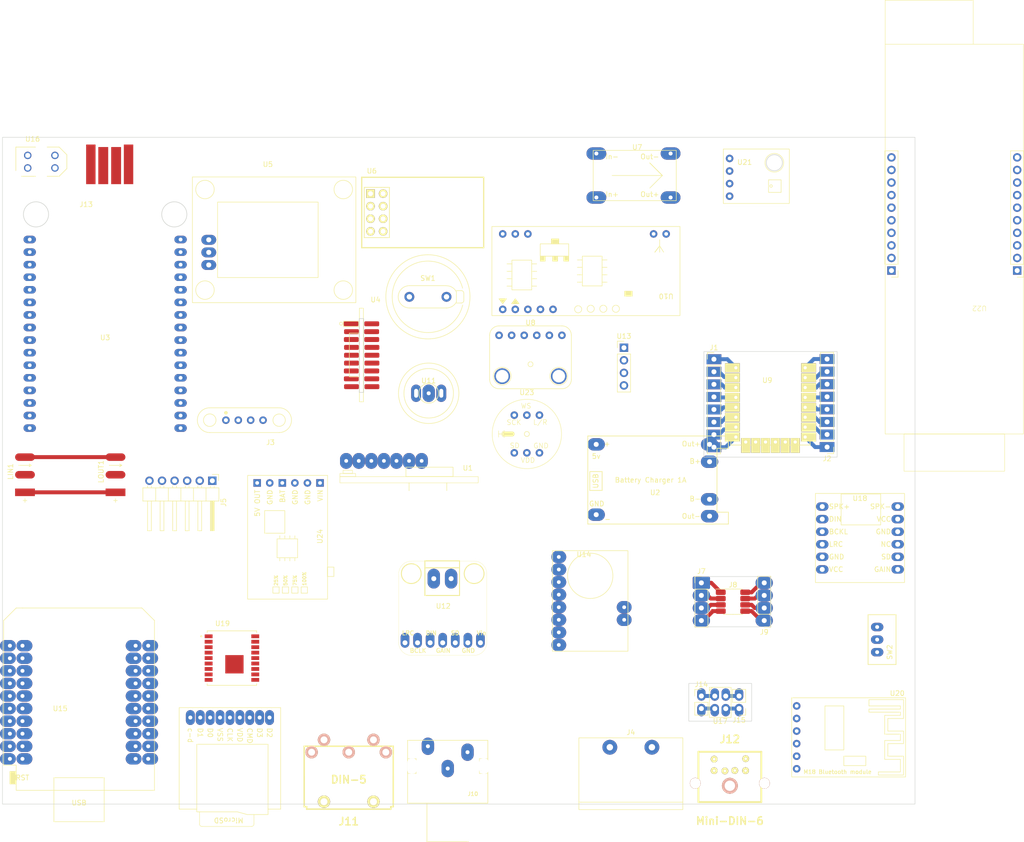
<source format=kicad_pcb>
(kicad_pcb (version 20221018) (generator pcbnew)
  (layers (0 "F.Cu" signal) (31 "B.Cu" signal) (34 "B.Paste" user) (35 "F.Paste" user) (36 "B.SilkS" user "B.Silkscreen") (37 "F.SilkS" user "F.Silkscreen") (38 "B.Mask" user) (39 "F.Mask" user) (44 "Edge.Cuts" user))
  (net 0 "")
  (net 1 "GND")
  (net 2 "Net-(J1-Pin_1)")
  (net 3 "Net-(J1-Pin_2)")
  (net 4 "Net-(J1-Pin_3)")
  (net 5 "Net-(J1-Pin_4)")
  (net 8 "Net-(J1-Pin_5)")
  (net 9 "Net-(J1-Pin_6)")
  (net 10 "Net-(J1-Pin_7)")
  (net 11 "Net-(J1-Pin_8)")
  (net 12 "Net-(J2-Pin_1)")
  (net 13 "Net-(J2-Pin_2)")
  (net 14 "Net-(J2-Pin_3)")
  (net 15 "Net-(J2-Pin_4)")
  (net 16 "Net-(J2-Pin_5)")
  (net 17 "Net-(J2-Pin_6)")
  (net 18 "Net-(J2-Pin_7)")
  (net 19 "Net-(J2-Pin_8)")
  (net 41 "Net-(J7-Pin_1)")
  (net 42 "Net-(J7-Pin_2)")
  (net 43 "Net-(J7-Pin_3)")
  (net 44 "Net-(J7-Pin_4)")
  (net 45 "Net-(J8-Pin_5)")
  (net 46 "Net-(J8-Pin_6)")
  (net 47 "Net-(J8-Pin_7)")
  (net 48 "Net-(J8-Pin_8)")
  (net 56 "Net-(J14-Pin_1)")
  (net 57 "Net-(J14-Pin_2)")
  (net 58 "Net-(J15-Pin_1)")
  (net 59 "Net-(J15-Pin_2)")
  (net 60 "Net-(LIN1-VCC)")
  (net 62 "Net-(LIN1-GND)")
  (net 119 "+5V")
  (net 249 "Net-(U19-GND-Pad18)")
  (footprint "esp-01f:esp-01f" (layer "F.Cu") (at 114.405 137.985)
    (fp_text reference "U19")
    (fp_text value "esp-01f")
  )
  (footprint "Connector_PinHeader_2.54mm:PinHeader_1x02_P2.54mm_Vertical" (layer "F.Cu") (at 209.245 145.645)
    (fp_text reference "J14")
    (fp_text value "Conn_01x02")
  )
  (footprint "esp32-wemos-d1-mini:esp32-wemos-d1-mini" (layer "F.Cu") (at 83.515 146.915)
    (fp_text reference "U15")
    (fp_text value "esp32-wemos-d1-mini")
  )
  (footprint "midi:midi-din6" (layer "F.Cu") (at 215 162)
    (fp_text reference "J12")
    (fp_text value "Mini-DIN-6")
  )
  (footprint "LilygoSimT7000:LilygoSIM7000G" (layer "F.Cu") (at 88.79 73.74)
    (fp_text reference "U3")
    (fp_text value "LilygoSIMT7000G")
    (fp_circle (center -13.97 -25.4) (end -11.43 -25.4) (stroke (width 0.12)) (fill none) (layer "Edge.Cuts"))
    (fp_circle (center 13.97 -25.4) (end 13.97 -27.94) (stroke (width 0.12)) (fill none) (layer "Edge.Cuts"))
  )
  (footprint "rdm-6300:rdm-6300" (layer "F.Cu") (at 174.193 59.793 180)
    (fp_text reference "U10")
    (fp_text value "rdm-6300")
  )
  (footprint "neopixel-strip:neopixel-strip" (layer "F.Cu") (at 90.881 100.941 90)
    (fp_text reference "LOUT1")
    (fp_text value "LEDs_Out" hide)
  )
  (footprint "c8-inlet:c8-inlet" (layer "F.Cu") (at 195 156)
    (fp_text reference "J4")
    (fp_text value "c8-inlet" hide)
  )
  (footprint "as12ap:as12ap" (layer "F.Cu") (at 244.7594 131.71)
    (fp_text reference "SW2")
    (fp_text value "POWER" hide)
  )
  (footprint "tcrt5000:tcrt5000" (layer "F.Cu") (at 75.895 37.695)
    (fp_text reference "U16")
    (fp_text value "TCRT5000")
  )
  (footprint "ESP8266:ESP-01" (layer "F.Cu") (at 142.405 44.149)
    (fp_text reference "U6")
    (fp_text value "ESP-01")
  )
  (footprint "Connector_PinHeader_2.54mm:PinHeader_1x04_P2.54mm_Vertical" (layer "F.Cu") (at 193.605 75.285)
    (fp_text reference "U13")
    (fp_text value "TTL")
  )
  (footprint "relais_module:relais_module" (layer "F.Cu") (at 121.66 53.48)
    (fp_text reference "U5")
    (fp_text value "relais_module")
  )
  (footprint "ESP8266:ESP-12E" (layer "F.Cu") (at 216.215 79.3275)
    (fp_text reference "U9")
    (fp_text value "ESP-12E" hide)
  )
  (footprint "midi:midi" (layer "F.Cu") (at 138 160)
    (fp_text reference "J11")
    (fp_text value "DIN-5")
  )
  (footprint "Connector_PinHeader_2.54mm:PinHeader_1x08_P2.54mm_Vertical" (layer "F.Cu") (at 211.785 77.603)
    (fp_text reference "J1")
    (fp_text value "Conn_01x08")
  )
  (footprint "max98367:max98367" (layer "F.Cu") (at 241.29 113.72)
    (fp_text reference "U18")
    (fp_text value "max98367")
  )
  (footprint "bme280:bme280" (layer "F.Cu") (at 214.9475 40.855)
    (fp_text reference "U21")
    (fp_text value "bme280")
    (fp_circle (center 9.043 -2.947) (end 10.668 -2.947) (stroke (width 0.12)) (fill none) (layer "Edge.Cuts"))
  )
  (footprint "lxb18:lxb18" (layer "F.Cu") (at 185.5214 117.5526)
    (fp_text reference "U14")
    (fp_text value "lxb18")
  )
  (footprint "Connector_PinHeader_2.54mm:PinHeader_1x02_P2.54mm_Vertical" (layer "F.Cu") (at 216.865 148.185 180)
    (fp_text reference "J15")
    (fp_text value "Conn_01x02")
  )
  (footprint "magnetic-charger:magnetic-charger" (layer "F.Cu") (at 154.155 84.485)
    (fp_text reference "U11")
    (fp_text value "magnetic-charger" hide)
  )
  (footprint "Connector_PinHeader_2.54mm:PinHeader_1x04_P2.54mm_Vertical" (layer "F.Cu") (at 209.245 122.785)
    (fp_text reference "J7")
    (fp_text value "Conn_01x04")
  )
  (footprint "usb-a-pcb:usb-a-pcb" (layer "F.Cu") (at 83.705 45.335)
    (fp_text reference "J13" hide)
    (fp_text value "USB_A" hide)
  )
  (footprint "Connector_PinHeader_2.54mm:PinHeader_1x04_P2.54mm_Vertical" (layer "F.Cu") (at 221.945 130.405 180)
    (fp_text reference "J9")
    (fp_text value "Conn_01x04")
  )
  (footprint "Connector_PinHeader_2.54mm:PinHeader_1x08_P2.54mm_Vertical" (layer "F.Cu") (at 234.645 95.353 180)
    (fp_text reference "J2")
    (fp_text value "Conn_01x08")
  )
  (footprint "esp-01m:esp-01m" (layer "F.Cu") (at 140.581448 76.8)
    (fp_text reference "U4")
    (fp_text value "esp-01m")
    (fp_rect (start -0.46 -7.4) (end 0.44 7.5) (stroke (width 0.12)) (fill none) (layer "Edge.Cuts"))
  )
  (footprint "magnetic-pogo:magnetic-pogo" (layer "F.Cu") (at 116.937948 89.920045)
    (fp_text reference "J3")
    (fp_text value "POGO Pins")
  )
  (footprint "tp4056:tp4056" (layer "F.Cu") (at 199 102)
    (fp_text reference "U2")
    (fp_text value "tp4056")
  )
  (footprint "schurter-switch:schurter-switch" (layer "F.Cu") (at 154 65)
    (fp_text reference "SW1")
    (fp_text value "Schurter Switch" hide)
  )
  (footprint "molex-poe:molex-poe" (layer "F.Cu") (at 260.35 49.53 180)
    (fp_text reference "U22")
    (fp_text value "~")
  )
  (footprint "m18:m18" (layer "F.Cu") (at 228.5 154)
    (fp_text reference "U20")
    (fp_text value "m18")
  )
  (footprint "neopixel-strip:neopixel-strip" (layer "F.Cu") (at 72.593 100.941 90)
    (fp_text reference "LIN1")
    (fp_text value "LEDs_In" hide)
  )
  (footprint "Connector_PinHeader_2.54mm:PinHeader_1x06_P2.54mm_Horizontal" (layer "F.Cu") (at 110.439 102.154 -90)
    (fp_text reference "J5")
    (fp_text value "FTDI")
  )
  (footprint "opb607a:opb607a" (layer "F.Cu") (at 213.055015 146.93109)
    (fp_text reference "U17")
    (fp_text value "opb607a" hide)
  )
  (footprint "mems-mic:mems-mic" (layer "F.Cu") (at 174.722948 72.775045)
    (fp_text reference "U8")
    (fp_text value "mems-mic")
  )
  (footprint "charge-module:charge-module" (layer "F.Cu") (at 119.5 102.6 90)
    (fp_text reference "U24")
    (fp_text value "~")
  )
  (footprint "mems-mic:mems-mic-round" (layer "F.Cu") (at 173.99 92.71)
    (fp_text reference "U23")
    (fp_text value "mems-mic")
  )
  (footprint "radio-receiver:radio-receiver" (layer "F.Cu") (at 137.49 98.147)
    (fp_text reference "U1")
    (fp_text value "radio-receiver")
  )
  (footprint "Package_SO:SOIC-8_3.9x4.9mm_P1.27mm" (layer "F.Cu") (at 215.637688 126.595)
    (fp_text reference "J8")
    (fp_text value "Conn_02x04_Counter_Clockwise" hide)
  )
  (footprint "sd-card:sd-card" (layer "F.Cu") (at 114 150 -90)
    (fp_text reference "J6" hide)
    (fp_text value "Micro_SD_Card" hide)
  )
  (footprint "adafruit-MAX98357:adafruit-MAX98357" (layer "F.Cu") (at 157.105 127.985)
    (fp_text reference "U12")
    (fp_text value "adafruit-MAX98357")
  )
  (footprint "rcj-22:rcj-22" (layer "F.Cu") (at 158 157.3 180)
    (fp_text reference "J10")
    (fp_text value "RCJ-22" hide)
  )
  (footprint "dcdc:dcdc" (layer "F.Cu") (at 196.284 40.489)
    (fp_text reference "U7")
    (fp_text value "dcdc")
  )
  (gr_rect (start 207.975 121.515) (end 223.215 131.675) (stroke (width 0.1)) (fill none) (layer "Edge.Cuts"))
  (gr_rect (start 209.753 76.049) (end 236.677 97.385) (stroke (width 0.1)) (fill none) (layer "Edge.Cuts"))
  (gr_rect (start 206.705 143.105) (end 219.405 150.725) (stroke (width 0.1)) (fill none) (layer "Edge.Cuts"))
  (gr_rect (start 68.042948 32.770045) (end 252.405 167.485) (stroke (width 0.1)) (fill none) (layer "Edge.Cuts"))
  (segment (start 214.1595 95.383) (end 211.785 95.383) (width 0.8) (layer "B.Cu") (net 0))
  (segment (start 216.215 93.3275) (end 214.1595 95.383) (width 0.8) (layer "B.Cu") (net 0))
  (segment (start 214.4905 77.603) (end 216.215 79.3275) (width 0.8) (layer "B.Cu") (net 2))
  (segment (start 211.785 77.603) (end 214.4905 77.603) (width 0.8) (layer "B.Cu") (net 2))
  (segment (start 216.0705 81.183) (end 213.871 81.183) (width 0.8) (layer "B.Cu") (net 3))
  (segment (start 212.831 80.143) (end 211.785 80.143) (width 0.8) (layer "B.Cu") (net 3))
  (segment (start 216.215 81.3275) (end 216.0705 81.183) (width 0.8) (layer "B.Cu") (net 3))
  (segment (start 213.871 81.183) (end 212.831 80.143) (width 0.8) (layer "B.Cu") (net 3))
  (segment (start 216.215 83.3275) (end 213.9835 83.3275) (width 0.8) (layer "B.Cu") (net 4))
  (segment (start 213.9835 83.3275) (end 213.339 82.683) (width 0.8) (layer "B.Cu") (net 4))
  (segment (start 213.339 82.683) (end 211.785 82.683) (width 0.8) (layer "B.Cu") (net 4))
  (segment (start 216.215 85.3275) (end 211.8895 85.3275) (width 0.8) (layer "B.Cu") (net 5))
  (segment (start 211.8895 85.3275) (end 211.785 85.223) (width 0.8) (layer "B.Cu") (net 5))
  (segment (start 213.279 87.763) (end 211.785 87.763) (width 0.8) (layer "B.Cu") (net 8))
  (segment (start 216.215 87.3275) (end 213.7145 87.3275) (width 0.8) (layer "B.Cu") (net 8))
  (segment (start 213.7145 87.3275) (end 213.279 87.763) (width 0.8) (layer "B.Cu") (net 8))
  (segment (start 216.215 89.3275) (end 214.2545 89.3275) (width 0.8) (layer "B.Cu") (net 9))
  (segment (start 214.2545 89.3275) (end 213.279 90.303) (width 0.8) (layer "B.Cu") (net 9))
  (segment (start 213.279 90.303) (end 211.785 90.303) (width 0.8) (layer "B.Cu") (net 9))
  (segment (start 216.215 91.3275) (end 215.7395 91.803) (width 0.8) (layer "B.Cu") (net 10))
  (segment (start 213.811 91.803) (end 212.771 92.843) (width 0.8) (layer "B.Cu") (net 10))
  (segment (start 212.771 92.843) (end 211.785 92.843) (width 0.8) (layer "B.Cu") (net 10))
  (segment (start 215.7395 91.803) (end 213.811 91.803) (width 0.8) (layer "B.Cu") (net 10))
  (segment (start 230.215 93.3275) (end 232.2405 95.353) (width 0.8) (layer "B.Cu") (net 12))
  (segment (start 232.2405 95.353) (end 234.645 95.353) (width 0.8) (layer "B.Cu") (net 12))
  (segment (start 232.1435 91.3275) (end 233.629 92.813) (width 0.8) (layer "B.Cu") (net 13))
  (segment (start 230.215 91.3275) (end 232.1435 91.3275) (width 0.8) (layer "B.Cu") (net 13))
  (segment (start 233.629 92.813) (end 234.645 92.813) (width 0.8) (layer "B.Cu") (net 13))
  (segment (start 230.215 89.3275) (end 232.1755 89.3275) (width 0.8) (layer "B.Cu") (net 14))
  (segment (start 232.1755 89.3275) (end 233.121 90.273) (width 0.8) (layer "B.Cu") (net 14))
  (segment (start 233.121 90.273) (end 234.645 90.273) (width 0.8) (layer "B.Cu") (net 14))
  (segment (start 232.2075 87.3275) (end 232.613 87.733) (width 0.8) (layer "B.Cu") (net 15))
  (segment (start 230.215 87.3275) (end 232.2075 87.3275) (width 0.8) (layer "B.Cu") (net 15))
  (segment (start 232.613 87.733) (end 234.645 87.733) (width 0.8) (layer "B.Cu") (net 15))
  (segment (start 234.5105 85.3275) (end 234.645 85.193) (width 0.8) (layer "B.Cu") (net 16))
  (segment (start 230.215 85.3275) (end 234.5105 85.3275) (width 0.8) (layer "B.Cu") (net 16))
  (segment (start 230.215 83.3275) (end 232.4465 83.3275) (width 0.8) (layer "B.Cu") (net 17))
  (segment (start 233.121 82.653) (end 234.645 82.653) (width 0.8) (layer "B.Cu") (net 17))
  (segment (start 232.4465 83.3275) (end 233.121 82.653) (width 0.8) (layer "B.Cu") (net 17))
  (segment (start 233.629 80.113) (end 234.645 80.113) (width 0.8) (layer "B.Cu") (net 18))
  (segment (start 230.215 81.3275) (end 232.4145 81.3275) (width 0.8) (layer "B.Cu") (net 18))
  (segment (start 232.4145 81.3275) (end 233.629 80.113) (width 0.8) (layer "B.Cu") (net 18))
  (segment (start 230.215 79.3275) (end 231.9695 77.573) (width 0.8) (layer "B.Cu") (net 19))
  (segment (start 231.9695 77.573) (end 234.645 77.573) (width 0.8) (layer "B.Cu") (net 19))
  (segment (start 213.162688 124.69) (end 211.257688 122.785) (width 0.8) (layer "F.Cu") (net 41))
  (segment (start 211.257688 122.785) (end 209.245 122.785) (width 0.8) (layer "F.Cu") (net 41))
  (segment (start 210.512913 125.325) (end 209.245 125.325) (width 0.8) (layer "F.Cu") (net 42))
  (segment (start 213.162688 125.96) (end 211.147913 125.96) (width 0.8) (layer "F.Cu") (net 42))
  (segment (start 211.147913 125.96) (end 210.512913 125.325) (width 0.8) (layer "F.Cu") (net 42))
  (segment (start 210.512913 127.865) (end 209.245 127.865) (width 0.8) (layer "F.Cu") (net 43))
  (segment (start 211.147913 127.23) (end 210.512913 127.865) (width 0.8) (layer "F.Cu") (net 43))
  (segment (start 213.162688 127.23) (end 211.147913 127.23) (width 0.8) (layer "F.Cu") (net 43))
  (segment (start 213.162688 128.5) (end 211.495 128.5) (width 0.8) (layer "F.Cu") (net 44))
  (segment (start 211.495 128.5) (end 211.495 128.589874) (width 0.8) (layer "F.Cu") (net 44))
  (segment (start 211.495 128.589874) (end 209.679874 130.405) (width 0.8) (layer "F.Cu") (net 44))
  (segment (start 209.679874 130.405) (end 209.245 130.405) (width 0.8) (layer "F.Cu") (net 44))
  (segment (start 219.405 128.5) (end 221.31 130.405) (width 0.8) (layer "F.Cu") (net 45))
  (segment (start 221.31 130.405) (end 221.945 130.405) (width 0.8) (layer "F.Cu") (net 45))
  (segment (start 218.112688 128.5) (end 219.405 128.5) (width 0.8) (layer "F.Cu") (net 45))
  (segment (start 218.112688 127.23) (end 219.407087 127.23) (width 0.8) (layer "F.Cu") (net 46))
  (segment (start 219.407087 127.23) (end 220.042087 127.865) (width 0.8) (layer "F.Cu") (net 46))
  (segment (start 220.042087 127.865) (end 221.945 127.865) (width 0.8) (layer "F.Cu") (net 46))
  (segment (start 218.112688 125.96) (end 220.04 125.96) (width 0.8) (layer "F.Cu") (net 47))
  (segment (start 220.675 125.325) (end 221.945 125.325) (width 0.8) (layer "F.Cu") (net 47))
  (segment (start 220.04 125.96) (end 220.675 125.325) (width 0.8) (layer "F.Cu") (net 47))
  (segment (start 218.112688 124.69) (end 219.405 124.69) (width 0.8) (layer "F.Cu") (net 48))
  (segment (start 221.31 122.785) (end 221.945 122.785) (width 0.8) (layer "F.Cu") (net 48))
  (segment (start 219.405 124.69) (end 221.31 122.785) (width 0.8) (layer "F.Cu") (net 48))
  (segment (start 209.245 145.645) (end 211.942494 145.645) (width 0.8) (layer "B.Cu") (net 56))
  (segment (start 211.942494 145.645) (end 211.958584 145.66109) (width 0.8) (layer "B.Cu") (net 56))
  (segment (start 211.942494 148.185) (end 211.958584 148.20109) (width 0.8) (layer "B.Cu") (net 57))
  (segment (start 209.245 148.185) (end 211.942494 148.185) (width 0.8) (layer "B.Cu") (net 57))
  (segment (start 214.184674 148.185) (end 216.865 148.185) (width 0.8) (layer "B.Cu") (net 58))
  (segment (start 214.168584 148.20109) (end 214.184674 148.185) (width 0.8) (layer "B.Cu") (net 58))
  (segment (start 214.168584 145.66109) (end 214.184674 145.645) (width 0.8) (layer "B.Cu") (net 59))
  (segment (start 214.184674 145.645) (end 216.865 145.645) (width 0.8) (layer "B.Cu") (net 59))
  (segment (start 72.593 104.497) (end 90.881 104.497) (width 0.8) (layer "F.Cu") (net 60))
  (segment (start 72.593 97.385) (end 90.881 97.385) (width 0.8) (layer "F.Cu") (net 62))
)
</source>
